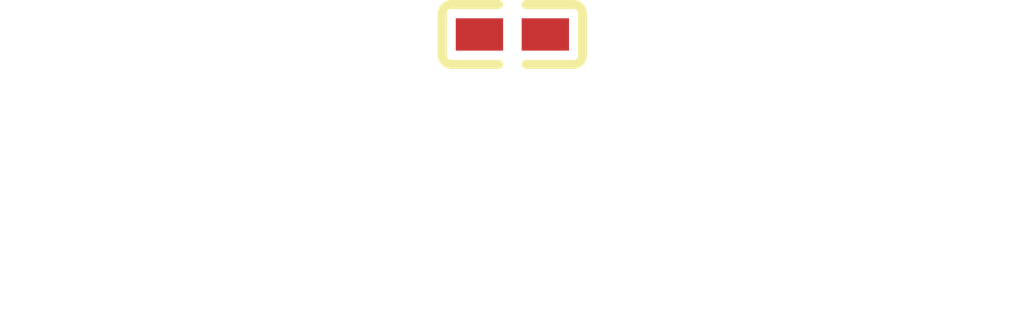
<source format=kicad_pcb>
(kicad_pcb (version 20241229) (generator "pcbnew") (generator_version "9.0")
  (layers (0 "F.Cu" signal) (2 "B.Cu" signal) (13 "F.Paste" user) (15 "B.Paste" user) (5 "F.SilkS" user "F.Silkscreen") (7 "B.SilkS" user "B.Silkscreen") (1 "F.Mask" user) (3 "B.Mask" user) (25 "Edge.Cuts" user))
  (net 0 "")
  (net 1 "gnd")
  (net 2 "vdd")
  (footprint "Samsung_Electro_Mechanics_CL05B104KO5NNNC:C0402" (layer "F.Cu") (at 0 0 0)
    (property "Reference" "C1" (hide yes))
    (property "Value" "100nF ±10% 16V X7R")
    (fp_line (start -1.17 0.35) (end -1.17 -0.35) (stroke (width 0.15)) (layer "F.SilkS"))
    (fp_line (start -1.02 -0.5) (end -0.23 -0.5) (stroke (width 0.15)) (layer "F.SilkS"))
    (fp_line (start -0.23 0.5) (end -1.02 0.5) (stroke (width 0.15)) (layer "F.SilkS"))
    (fp_line (start 0.23 0.5) (end 1.02 0.5) (stroke (width 0.15)) (layer "F.SilkS"))
    (fp_line (start 1.02 -0.5) (end 0.23 -0.5) (stroke (width 0.15)) (layer "F.SilkS"))
    (fp_line (start 1.17 0.35) (end 1.17 -0.35) (stroke (width 0.15)) (layer "F.SilkS"))
    (fp_arc (start -1.17 -0.35) (mid -1.126066 -0.456066) (end -1.02 -0.5) (stroke (width 0.15)) (layer "F.SilkS"))
    (fp_arc (start -1.02 0.5) (mid -1.126066 0.456066) (end -1.17 0.35) (stroke (width 0.15)) (layer "F.SilkS"))
    (fp_arc (start 1.02 -0.5) (mid 1.126066 -0.456066) (end 1.17 -0.35) (stroke (width 0.15)) (layer "F.SilkS"))
    (fp_arc (start 1.17 0.35) (mid 1.126066 0.456066) (end 1.02 0.5) (stroke (width 0.15)) (layer "F.SilkS"))
    (pad "1" smd rect (at -0.55 0 0) (size 0.79 0.54) (layers "F.Cu" "F.Mask" "F.Paste") (net 2 "vdd"))
    (pad "2" smd rect (at 0.55 0 0) (size 0.79 0.54) (layers "F.Cu" "F.Mask" "F.Paste") (net 1 "gnd"))
  )
)
</source>
